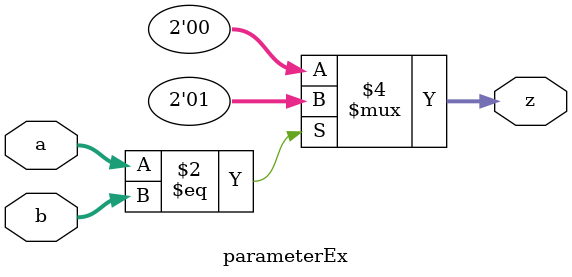
<source format=v>

module parameterEx
#(
	parameter N = 2, M = 3	//parameter
)

(
	input wire [N-1:0] a, b, 
	output reg [N-1:0] z
);

always @(a,b)
begin	
	if (a==b)
		z = 1;
	else 
		z = 0;
end
endmodule
</source>
